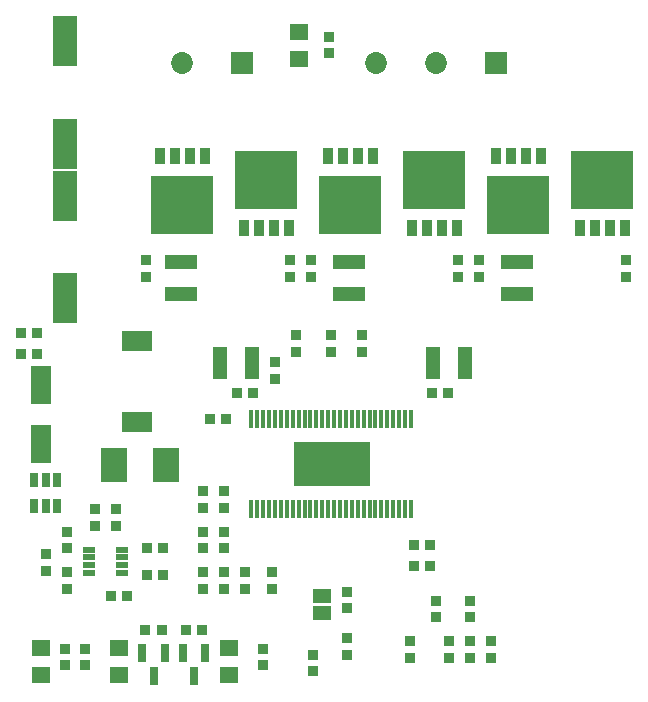
<source format=gts>
%FSLAX25Y25*%
%MOIN*%
G70*
G01*
G75*
G04 Layer_Color=8388736*
%ADD10R,0.02500X0.04200*%
%ADD11R,0.02362X0.05906*%
%ADD12R,0.08500X0.10799*%
%ADD13R,0.07874X0.16142*%
%ADD14R,0.06299X0.12598*%
%ADD15R,0.20472X0.19685*%
%ADD16R,0.03000X0.05000*%
%ADD17R,0.06000X0.05000*%
%ADD18R,0.10000X0.06500*%
%ADD19R,0.04000X0.01500*%
%ADD20R,0.01100X0.05800*%
%ADD21R,0.25197X0.14173*%
%ADD22R,0.03347X0.03150*%
%ADD23R,0.03150X0.03347*%
%ADD24R,0.05512X0.04331*%
%ADD25R,0.04331X0.10236*%
%ADD26R,0.10236X0.04331*%
%ADD27C,0.01000*%
%ADD28C,0.02000*%
%ADD29C,0.10000*%
%ADD30C,0.06890*%
%ADD31R,0.06890X0.06890*%
%ADD32C,0.02500*%
%ADD33R,0.01000X0.01000*%
%ADD34R,0.07874X0.03937*%
%ADD35R,0.05906X0.13780*%
%ADD36R,0.03937X0.03740*%
%ADD37R,0.01000X0.01000*%
%ADD38R,0.06890X0.04331*%
%ADD39C,0.00984*%
%ADD40C,0.00787*%
%ADD41C,0.00700*%
%ADD42C,0.00600*%
%ADD43C,0.00300*%
%ADD44R,0.02000X0.16400*%
%ADD45R,0.20600X0.19813*%
%ADD46R,0.03300X0.05300*%
%ADD47R,0.02900X0.04600*%
%ADD48R,0.02762X0.06306*%
%ADD49R,0.08900X0.11199*%
%ADD50R,0.08274X0.16542*%
%ADD51R,0.06699X0.12998*%
%ADD52R,0.06400X0.05400*%
%ADD53R,0.10400X0.06900*%
%ADD54R,0.04400X0.01900*%
%ADD55R,0.01500X0.06200*%
%ADD56R,0.25597X0.14573*%
%ADD57R,0.03747X0.03550*%
%ADD58R,0.03550X0.03747*%
%ADD59R,0.05912X0.04731*%
%ADD60R,0.04731X0.10636*%
%ADD61R,0.10636X0.04731*%
%ADD62C,0.07290*%
%ADD63R,0.07290X0.07290*%
D45*
X202579Y174685D02*
D03*
X62421Y166315D02*
D03*
X118421D02*
D03*
X174421D02*
D03*
X90579Y174685D02*
D03*
X146579D02*
D03*
D46*
X210000Y158500D02*
D03*
X205000D02*
D03*
X200000D02*
D03*
X195000D02*
D03*
X55000Y182500D02*
D03*
X60000D02*
D03*
X65000D02*
D03*
X70000D02*
D03*
X111000D02*
D03*
X116000D02*
D03*
X121000D02*
D03*
X126000D02*
D03*
X167000D02*
D03*
X172000D02*
D03*
X177000D02*
D03*
X182000D02*
D03*
X98000Y158500D02*
D03*
X93000D02*
D03*
X88000D02*
D03*
X83000D02*
D03*
X154000D02*
D03*
X149000D02*
D03*
X144000D02*
D03*
X139000D02*
D03*
D47*
X20700Y65800D02*
D03*
X17000D02*
D03*
X13300D02*
D03*
Y74500D02*
D03*
X17000D02*
D03*
X20700D02*
D03*
D48*
X70240Y16740D02*
D03*
X62760D02*
D03*
X66500Y9260D02*
D03*
X56740Y16740D02*
D03*
X49260D02*
D03*
X53000Y9260D02*
D03*
D49*
X57201Y79500D02*
D03*
X39799D02*
D03*
D50*
X23400Y169326D02*
D03*
Y135074D02*
D03*
Y186574D02*
D03*
Y220826D02*
D03*
D51*
X15500Y86658D02*
D03*
Y106342D02*
D03*
D52*
Y18500D02*
D03*
Y9500D02*
D03*
X78000D02*
D03*
Y18500D02*
D03*
X41500Y9500D02*
D03*
Y18500D02*
D03*
X101500Y215000D02*
D03*
Y224000D02*
D03*
D53*
X47500Y121000D02*
D03*
Y94000D02*
D03*
D54*
X31500Y43660D02*
D03*
Y46220D02*
D03*
Y48780D02*
D03*
Y51340D02*
D03*
X42500D02*
D03*
Y48780D02*
D03*
Y46220D02*
D03*
Y43660D02*
D03*
D55*
X85602Y64992D02*
D03*
X87570D02*
D03*
X89539D02*
D03*
X91509D02*
D03*
X93479D02*
D03*
X95449D02*
D03*
X97419D02*
D03*
X99389D02*
D03*
X101359D02*
D03*
X103329D02*
D03*
X105299D02*
D03*
X107269D02*
D03*
X109239D02*
D03*
X111209D02*
D03*
X113179D02*
D03*
X115149D02*
D03*
X117119D02*
D03*
X119089D02*
D03*
X121059D02*
D03*
X123029D02*
D03*
X124999D02*
D03*
X126969D02*
D03*
X128939D02*
D03*
X130909D02*
D03*
X132879D02*
D03*
X134849D02*
D03*
X136817D02*
D03*
X138786D02*
D03*
Y94992D02*
D03*
X136817D02*
D03*
X134849D02*
D03*
X132879D02*
D03*
X130909D02*
D03*
X128939D02*
D03*
X126969D02*
D03*
X124999D02*
D03*
X123029D02*
D03*
X121059D02*
D03*
X119089D02*
D03*
X117119D02*
D03*
X115149D02*
D03*
X113179D02*
D03*
X111209D02*
D03*
X109239D02*
D03*
X107269D02*
D03*
X105299D02*
D03*
X103329D02*
D03*
X101359D02*
D03*
X99389D02*
D03*
X97419D02*
D03*
X95449D02*
D03*
X93479D02*
D03*
X91509D02*
D03*
X89539D02*
D03*
X87570D02*
D03*
X85602D02*
D03*
D56*
X112499Y80002D02*
D03*
D57*
X89500Y12744D02*
D03*
Y18256D02*
D03*
X30000Y12744D02*
D03*
Y18256D02*
D03*
X92500Y38244D02*
D03*
Y43756D02*
D03*
X117500Y16244D02*
D03*
Y21756D02*
D03*
Y31744D02*
D03*
Y37256D02*
D03*
X100500Y117244D02*
D03*
Y122756D02*
D03*
X112000Y117244D02*
D03*
Y122756D02*
D03*
X122500Y117244D02*
D03*
Y122756D02*
D03*
X93500Y113756D02*
D03*
Y108244D02*
D03*
X69500Y65244D02*
D03*
Y70756D02*
D03*
Y51744D02*
D03*
Y57256D02*
D03*
X76500Y43756D02*
D03*
Y38244D02*
D03*
X69500Y38244D02*
D03*
Y43756D02*
D03*
X106000Y10744D02*
D03*
Y16256D02*
D03*
X83500Y43756D02*
D03*
Y38244D02*
D03*
X76500Y70756D02*
D03*
Y65244D02*
D03*
Y51744D02*
D03*
Y57256D02*
D03*
X147200Y28744D02*
D03*
Y34256D02*
D03*
X158500Y34256D02*
D03*
Y28744D02*
D03*
X165500Y15244D02*
D03*
Y20756D02*
D03*
X138500Y15244D02*
D03*
Y20756D02*
D03*
X151500Y15244D02*
D03*
Y20756D02*
D03*
X158500Y15244D02*
D03*
Y20756D02*
D03*
X111500Y216744D02*
D03*
Y222256D02*
D03*
X23500Y18256D02*
D03*
Y12744D02*
D03*
X50500Y142244D02*
D03*
Y147756D02*
D03*
X105500Y142244D02*
D03*
Y147756D02*
D03*
X161500Y142244D02*
D03*
Y147756D02*
D03*
X98500Y142244D02*
D03*
Y147756D02*
D03*
X154500Y142244D02*
D03*
Y147756D02*
D03*
X210500Y142244D02*
D03*
Y147756D02*
D03*
X17000Y44244D02*
D03*
Y49756D02*
D03*
X33500Y59244D02*
D03*
Y64756D02*
D03*
X24000Y43756D02*
D03*
Y38244D02*
D03*
X40500Y64756D02*
D03*
Y59244D02*
D03*
X24000Y57256D02*
D03*
Y51744D02*
D03*
D58*
X55756Y24500D02*
D03*
X50244D02*
D03*
X69256D02*
D03*
X63744D02*
D03*
X145744Y103500D02*
D03*
X151256D02*
D03*
X86256D02*
D03*
X80744D02*
D03*
X14256Y123500D02*
D03*
X8744D02*
D03*
X14256Y116500D02*
D03*
X8744D02*
D03*
X77256Y95000D02*
D03*
X71744D02*
D03*
X139744Y53000D02*
D03*
X145256D02*
D03*
X139744Y46000D02*
D03*
X145256D02*
D03*
X38744Y36000D02*
D03*
X44256D02*
D03*
X56256Y43000D02*
D03*
X50744D02*
D03*
X56256Y52000D02*
D03*
X50744D02*
D03*
D59*
X109000Y35953D02*
D03*
Y30047D02*
D03*
D60*
X156815Y113500D02*
D03*
X146185D02*
D03*
X75185D02*
D03*
X85815D02*
D03*
D61*
X62000Y136685D02*
D03*
Y147315D02*
D03*
X118000Y136685D02*
D03*
Y147315D02*
D03*
X174000Y136685D02*
D03*
Y147315D02*
D03*
D62*
X62500Y213500D02*
D03*
X147020D02*
D03*
X127020D02*
D03*
D63*
X82500D02*
D03*
X167019D02*
D03*
M02*

</source>
